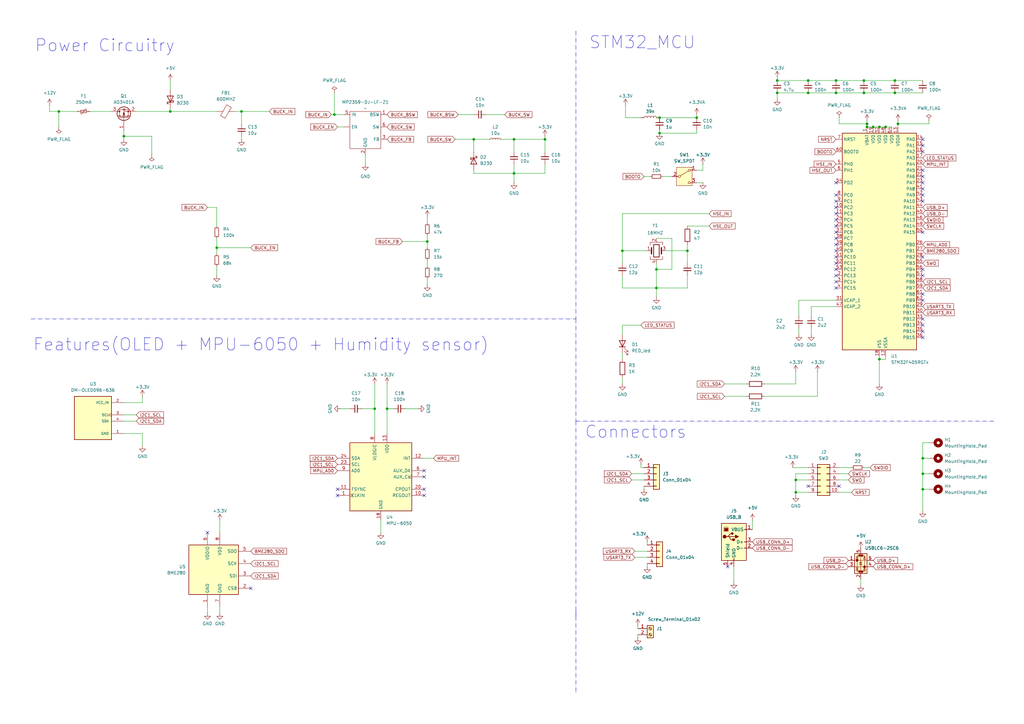
<source format=kicad_sch>
(kicad_sch (version 20231120) (generator "eeschema") (generator_version "8.0")
  (paper "A3")
  (title_block (title "STM32_n1") (date "2024-10-15") (company "MORCHID"))
  (junction (at 378.46 187.96))
  (junction (at 318.77 38.1))
  (junction (at 363.22 52.07))
  (junction (at 378.46 194.31))
  (junction (at 368.3 50.8))
  (junction (at 137.16 46.99))
  (junction (at 269.24 118.11))
  (junction (at 342.9 38.1))
  (junction (at 50.8 55.88))
  (junction (at 24.13 45.72))
  (junction (at 367.03 38.1))
  (junction (at 285.75 48.26))
  (junction (at 378.46 200.66))
  (junction (at 210.82 71.12))
  (junction (at 342.9 33.02))
  (junction (at 331.47 33.02))
  (junction (at 158.75 167.64))
  (junction (at 355.6 52.07))
  (junction (at 326.39 196.85))
  (junction (at 210.82 57.15))
  (junction (at 367.03 33.02))
  (junction (at 88.9 101.6))
  (junction (at 175.26 99.06))
  (junction (at 269.24 110.49))
  (junction (at 354.33 33.02))
  (junction (at 255.27 102.87))
  (junction (at 194.31 57.15))
  (junction (at 360.68 147.32))
  (junction (at 153.67 167.64))
  (junction (at 355.6 50.8))
  (junction (at 331.47 38.1))
  (junction (at 358.14 52.07))
  (junction (at 99.06 45.72))
  (junction (at 270.51 48.26))
  (junction (at 326.39 201.93))
  (junction (at 69.85 45.72))
  (junction (at 281.94 102.87))
  (junction (at 318.77 33.02))
  (junction (at 223.52 57.15))
  (junction (at 360.68 52.07))
  (junction (at 354.33 38.1))
  (junction (at 270.51 54.61))
  (no_connect (at 173.99 193.04))
  (no_connect (at 378.46 105.41))
  (no_connect (at 342.9 118.11))
  (no_connect (at 378.46 135.89))
  (no_connect (at 378.46 82.55))
  (no_connect (at 378.46 59.69))
  (no_connect (at 342.9 107.95))
  (no_connect (at 344.17 199.39))
  (no_connect (at 378.46 113.03))
  (no_connect (at 298.45 232.41))
  (no_connect (at 342.9 92.71))
  (no_connect (at 378.46 110.49))
  (no_connect (at 378.46 80.01))
  (no_connect (at 342.9 90.17))
  (no_connect (at 85.09 218.44))
  (no_connect (at 378.46 130.81))
  (no_connect (at 378.46 120.65))
  (no_connect (at 138.43 203.2))
  (no_connect (at 342.9 100.33))
  (no_connect (at 378.46 69.85))
  (no_connect (at 342.9 80.01))
  (no_connect (at 378.46 133.35))
  (no_connect (at 342.9 87.63))
  (no_connect (at 342.9 115.57))
  (no_connect (at 378.46 57.15))
  (no_connect (at 342.9 82.55))
  (no_connect (at 342.9 110.49))
  (no_connect (at 378.46 95.25))
  (no_connect (at 342.9 85.09))
  (no_connect (at 173.99 195.58))
  (no_connect (at 173.99 200.66))
  (no_connect (at 173.99 203.2))
  (no_connect (at 342.9 97.79))
  (no_connect (at 331.47 199.39))
  (no_connect (at 342.9 74.93))
  (no_connect (at 378.46 77.47))
  (no_connect (at 378.46 72.39))
  (no_connect (at 342.9 95.25))
  (no_connect (at 342.9 105.41))
  (no_connect (at 378.46 123.19))
  (no_connect (at 138.43 200.66))
  (no_connect (at 378.46 74.93))
  (no_connect (at 342.9 113.03))
  (no_connect (at 378.46 62.23))
  (no_connect (at 378.46 138.43))
  (no_connect (at 342.9 102.87))
  (no_connect (at 102.87 241.3))
  (wire (pts (xy 342.9 123.19) (xy 327.66 123.19)))
  (wire (pts (xy 342.9 33.02) (xy 354.33 33.02)))
  (wire (pts (xy 358.14 52.07) (xy 360.68 52.07)))
  (wire (pts (xy 187.96 46.99) (xy 194.31 46.99)))
  (wire (pts (xy 331.47 33.02) (xy 342.9 33.02)))
  (wire (pts (xy 153.67 177.8) (xy 153.67 167.64)))
  (wire (pts (xy 99.06 57.15) (xy 99.06 55.88)))
  (wire (pts (xy 335.28 162.56) (xy 313.69 162.56)))
  (wire (pts (xy 290.83 92.71) (xy 281.94 92.71)))
  (wire (pts (xy 255.27 102.87) (xy 265.43 102.87)))
  (polyline (pts (xy 236.22 250.19) (xy 236.22 252.73)) (stroke (width 0) (type dash_dot)))
  (wire (pts (xy 210.82 62.23) (xy 210.82 57.15)))
  (wire (pts (xy 355.6 52.07) (xy 358.14 52.07)))
  (wire (pts (xy 381 50.8) (xy 381 49.53)))
  (wire (pts (xy 259.08 194.31) (xy 264.16 194.31)))
  (wire (pts (xy 297.18 157.48) (xy 306.07 157.48)))
  (wire (pts (xy 156.21 213.36) (xy 156.21 218.44)))
  (wire (pts (xy 275.59 110.49) (xy 269.24 110.49)))
  (wire (pts (xy 271.78 72.39) (xy 275.59 72.39)))
  (wire (pts (xy 368.3 50.8) (xy 368.3 52.07)))
  (wire (pts (xy 260.35 228.6) (xy 265.43 228.6)))
  (wire (pts (xy 356.87 191.77) (xy 354.33 191.77)))
  (wire (pts (xy 261.62 256.54) (xy 261.62 257.81)))
  (wire (pts (xy 259.08 196.85) (xy 264.16 196.85)))
  (wire (pts (xy 62.23 55.88) (xy 62.23 63.5)))
  (wire (pts (xy 149.86 63.5) (xy 149.86 67.31)))
  (wire (pts (xy 326.39 196.85) (xy 326.39 201.93)))
  (wire (pts (xy 378.46 187.96) (xy 381 187.96)))
  (wire (pts (xy 269.24 118.11) (xy 281.94 118.11)))
  (wire (pts (xy 110.49 45.72) (xy 99.06 45.72)))
  (wire (pts (xy 354.33 38.1) (xy 367.03 38.1)))
  (wire (pts (xy 256.54 48.26) (xy 262.89 48.26)))
  (wire (pts (xy 344.17 50.8) (xy 355.6 50.8)))
  (wire (pts (xy 367.03 38.1) (xy 378.46 38.1)))
  (wire (pts (xy 265.43 231.14) (xy 265.43 232.41)))
  (wire (pts (xy 332.74 134.62) (xy 332.74 137.16)))
  (wire (pts (xy 378.46 181.61) (xy 381 181.61)))
  (wire (pts (xy 326.39 194.31) (xy 331.47 194.31)))
  (wire (pts (xy 326.39 201.93) (xy 326.39 203.2)))
  (wire (pts (xy 88.9 97.79) (xy 88.9 101.6)))
  (wire (pts (xy 210.82 67.31) (xy 210.82 71.12)))
  (wire (pts (xy 275.59 97.79) (xy 275.59 110.49)))
  (wire (pts (xy 354.33 33.02) (xy 367.03 33.02)))
  (wire (pts (xy 255.27 133.35) (xy 255.27 137.16)))
  (wire (pts (xy 270.51 48.26) (xy 285.75 48.26)))
  (wire (pts (xy 360.68 147.32) (xy 360.68 157.48)))
  (wire (pts (xy 378.46 194.31) (xy 378.46 200.66)))
  (wire (pts (xy 166.37 167.64) (xy 171.45 167.64)))
  (wire (pts (xy 378.46 181.61) (xy 378.46 187.96)))
  (wire (pts (xy 137.16 38.1) (xy 137.16 46.99)))
  (wire (pts (xy 318.77 40.64) (xy 318.77 38.1)))
  (wire (pts (xy 269.24 107.95) (xy 269.24 110.49)))
  (wire (pts (xy 69.85 44.45) (xy 69.85 45.72)))
  (wire (pts (xy 326.39 201.93) (xy 331.47 201.93)))
  (wire (pts (xy 88.9 101.6) (xy 88.9 104.14)))
  (wire (pts (xy 281.94 102.87) (xy 281.94 107.95)))
  (wire (pts (xy 344.17 191.77) (xy 349.25 191.77)))
  (wire (pts (xy 326.39 157.48) (xy 326.39 152.4)))
  (wire (pts (xy 175.26 88.9) (xy 175.26 91.44)))
  (wire (pts (xy 331.47 38.1) (xy 342.9 38.1)))
  (wire (pts (xy 148.59 167.64) (xy 153.67 167.64)))
  (wire (pts (xy 360.68 52.07) (xy 363.22 52.07)))
  (wire (pts (xy 175.26 116.84) (xy 175.26 114.3)))
  (wire (pts (xy 158.75 167.64) (xy 158.75 177.8)))
  (wire (pts (xy 20.32 45.72) (xy 20.32 43.18)))
  (wire (pts (xy 36.83 45.72) (xy 45.72 45.72)))
  (wire (pts (xy 363.22 146.05) (xy 363.22 147.32)))
  (wire (pts (xy 143.51 167.64) (xy 139.7 167.64)))
  (wire (pts (xy 69.85 45.72) (xy 88.9 45.72)))
  (wire (pts (xy 281.94 118.11) (xy 281.94 113.03)))
  (wire (pts (xy 24.13 45.72) (xy 24.13 52.07)))
  (wire (pts (xy 378.46 200.66) (xy 381 200.66)))
  (wire (pts (xy 368.3 50.8) (xy 368.3 49.53)))
  (wire (pts (xy 85.09 251.46) (xy 85.09 248.92)))
  (wire (pts (xy 318.77 38.1) (xy 331.47 38.1)))
  (wire (pts (xy 308.61 213.36) (xy 308.61 217.17)))
  (wire (pts (xy 223.52 55.88) (xy 223.52 57.15)))
  (wire (pts (xy 262.89 133.35) (xy 255.27 133.35)))
  (polyline (pts (xy 236.22 130.81) (xy 236.22 172.72)) (stroke (width 0) (type dash_dot)))
  (wire (pts (xy 175.26 109.22) (xy 175.26 106.68)))
  (wire (pts (xy 85.09 85.09) (xy 88.9 85.09)))
  (wire (pts (xy 256.54 43.18) (xy 256.54 48.26)))
  (wire (pts (xy 135.89 46.99) (xy 137.16 46.99)))
  (wire (pts (xy 88.9 113.03) (xy 88.9 109.22)))
  (wire (pts (xy 140.97 52.07) (xy 138.43 52.07)))
  (wire (pts (xy 58.42 182.88) (xy 58.42 177.8)))
  (wire (pts (xy 313.69 157.48) (xy 326.39 157.48)))
  (wire (pts (xy 318.77 31.75) (xy 318.77 33.02)))
  (wire (pts (xy 158.75 167.64) (xy 161.29 167.64)))
  (wire (pts (xy 290.83 87.63) (xy 255.27 87.63)))
  (wire (pts (xy 327.66 134.62) (xy 327.66 137.16)))
  (wire (pts (xy 165.1 99.06) (xy 175.26 99.06)))
  (wire (pts (xy 262.89 190.5) (xy 262.89 191.77)))
  (wire (pts (xy 194.31 71.12) (xy 194.31 69.85)))
  (wire (pts (xy 288.29 67.31) (xy 288.29 69.85)))
  (wire (pts (xy 58.42 177.8) (xy 50.8 177.8)))
  (wire (pts (xy 210.82 74.93) (xy 210.82 71.12)))
  (wire (pts (xy 285.75 53.34) (xy 285.75 54.61)))
  (wire (pts (xy 175.26 99.06) (xy 175.26 101.6)))
  (wire (pts (xy 349.25 201.93) (xy 344.17 201.93)))
  (wire (pts (xy 353.06 240.03) (xy 353.06 237.49)))
  (wire (pts (xy 50.8 55.88) (xy 50.8 53.34)))
  (wire (pts (xy 177.8 187.96) (xy 173.99 187.96)))
  (wire (pts (xy 363.22 147.32) (xy 360.68 147.32)))
  (wire (pts (xy 255.27 113.03) (xy 255.27 118.11)))
  (wire (pts (xy 378.46 194.31) (xy 381 194.31)))
  (wire (pts (xy 368.3 50.8) (xy 381 50.8)))
  (wire (pts (xy 90.17 213.36) (xy 90.17 218.44)))
  (polyline (pts (xy 236.22 172.72) (xy 236.22 250.19)) (stroke (width 0) (type dash_dot)))
  (wire (pts (xy 265.43 222.25) (xy 265.43 223.52)))
  (wire (pts (xy 255.27 107.95) (xy 255.27 102.87)))
  (wire (pts (xy 297.18 162.56) (xy 306.07 162.56)))
  (wire (pts (xy 255.27 87.63) (xy 255.27 102.87)))
  (wire (pts (xy 363.22 52.07) (xy 365.76 52.07)))
  (wire (pts (xy 264.16 72.39) (xy 266.7 72.39)))
  (wire (pts (xy 288.29 69.85) (xy 285.75 69.85)))
  (wire (pts (xy 186.69 57.15) (xy 194.31 57.15)))
  (wire (pts (xy 223.52 67.31) (xy 223.52 71.12)))
  (wire (pts (xy 88.9 85.09) (xy 88.9 92.71)))
  (wire (pts (xy 99.06 45.72) (xy 99.06 50.8)))
  (wire (pts (xy 285.75 46.99) (xy 285.75 48.26)))
  (wire (pts (xy 326.39 196.85) (xy 331.47 196.85)))
  (wire (pts (xy 318.77 33.02) (xy 331.47 33.02)))
  (wire (pts (xy 342.9 125.73) (xy 332.74 125.73)))
  (wire (pts (xy 55.88 45.72) (xy 69.85 45.72)))
  (wire (pts (xy 55.88 172.72) (xy 50.8 172.72)))
  (polyline (pts (xy 236.22 252.73) (xy 236.22 251.46)) (stroke (width 0) (type dash_dot)))
  (wire (pts (xy 31.75 45.72) (xy 24.13 45.72)))
  (wire (pts (xy 344.17 194.31) (xy 347.98 194.31)))
  (wire (pts (xy 342.9 38.1) (xy 354.33 38.1)))
  (wire (pts (xy 90.17 251.46) (xy 90.17 248.92)))
  (polyline (pts (xy 236.22 252.73) (xy 236.22 284.48)) (stroke (width 0) (type dash_dot)))
  (polyline (pts (xy 236.22 172.72) (xy 407.67 172.72)) (stroke (width 0) (type dash_dot)))
  (wire (pts (xy 58.42 162.56) (xy 58.42 165.1)))
  (wire (pts (xy 55.88 170.18) (xy 50.8 170.18)))
  (wire (pts (xy 153.67 167.64) (xy 153.67 157.48)))
  (wire (pts (xy 200.66 57.15) (xy 194.31 57.15)))
  (wire (pts (xy 137.16 46.99) (xy 140.97 46.99)))
  (wire (pts (xy 223.52 71.12) (xy 210.82 71.12)))
  (polyline (pts (xy 12.7 130.81) (xy 236.22 130.81)) (stroke (width 0) (type dash_dot)))
  (wire (pts (xy 378.46 200.66) (xy 378.46 209.55)))
  (wire (pts (xy 24.13 45.72) (xy 20.32 45.72)))
  (wire (pts (xy 367.03 33.02) (xy 378.46 33.02)))
  (wire (pts (xy 102.87 101.6) (xy 88.9 101.6)))
  (wire (pts (xy 288.29 74.93) (xy 285.75 74.93)))
  (wire (pts (xy 327.66 123.19) (xy 327.66 129.54)))
  (wire (pts (xy 344.17 196.85) (xy 347.98 196.85)))
  (wire (pts (xy 50.8 57.15) (xy 50.8 55.88)))
  (wire (pts (xy 281.94 100.33) (xy 281.94 102.87)))
  (wire (pts (xy 335.28 152.4) (xy 335.28 162.56)))
  (wire (pts (xy 223.52 62.23) (xy 223.52 57.15)))
  (wire (pts (xy 355.6 50.8) (xy 355.6 52.07)))
  (wire (pts (xy 62.23 55.88) (xy 50.8 55.88)))
  (wire (pts (xy 99.06 45.72) (xy 96.52 45.72)))
  (polyline (pts (xy 236.22 12.7) (xy 236.22 130.81)) (stroke (width 0) (type dash_dot)))
  (wire (pts (xy 210.82 71.12) (xy 194.31 71.12)))
  (wire (pts (xy 223.52 57.15) (xy 210.82 57.15)))
  (wire (pts (xy 58.42 165.1) (xy 50.8 165.1)))
  (wire (pts (xy 175.26 96.52) (xy 175.26 99.06)))
  (wire (pts (xy 269.24 118.11) (xy 269.24 121.92)))
  (wire (pts (xy 255.27 147.32) (xy 255.27 144.78)))
  (wire (pts (xy 360.68 146.05) (xy 360.68 147.32)))
  (wire (pts (xy 285.75 54.61) (xy 270.51 54.61)))
  (wire (pts (xy 255.27 157.48) (xy 255.27 154.94)))
  (wire (pts (xy 210.82 57.15) (xy 205.74 57.15)))
  (wire (pts (xy 262.89 191.77) (xy 264.16 191.77)))
  (wire (pts (xy 378.46 187.96) (xy 378.46 194.31)))
  (wire (pts (xy 273.05 102.87) (xy 281.94 102.87)))
  (wire (pts (xy 269.24 110.49) (xy 269.24 118.11)))
  (wire (pts (xy 332.74 125.73) (xy 332.74 129.54)))
  (wire (pts (xy 207.01 46.99) (xy 199.39 46.99)))
  (wire (pts (xy 261.62 261.62) (xy 261.62 260.35)))
  (wire (pts (xy 300.99 232.41) (xy 300.99 238.76)))
  (wire (pts (xy 69.85 33.02) (xy 69.85 36.83)))
  (wire (pts (xy 326.39 194.31) (xy 326.39 196.85)))
  (wire (pts (xy 260.35 226.06) (xy 265.43 226.06)))
  (wire (pts (xy 255.27 118.11) (xy 269.24 118.11)))
  (wire (pts (xy 355.6 49.53) (xy 355.6 50.8)))
  (wire (pts (xy 344.17 48.26) (xy 344.17 50.8)))
  (wire (pts (xy 264.16 199.39) (xy 264.16 200.66)))
  (wire (pts (xy 270.51 54.61) (xy 270.51 53.34)))
  (wire (pts (xy 269.24 97.79) (xy 275.59 97.79)))
  (wire (pts (xy 325.12 191.77) (xy 331.47 191.77)))
  (wire (pts (xy 158.75 157.48) (xy 158.75 167.64)))
  (wire (pts (xy 194.31 57.15) (xy 194.31 62.23)))
  (text "STM32_MCU\n" (at 241.554 17.526 0) (effects (font (size 5 5)) (justify left)))
  (text "Connectors" (at 239.776 177.292 0) (effects (font (size 5 5)) (justify left)))
  (text "Power Circuitry" (at 14.224 18.796 0) (effects (font (size 5 5)) (justify left)))
  (text "Features(OLED + MPU-6050 + Humidity sensor)" (at 13.462 141.478 0) (effects (font (size 5 5)) (justify left)))
  (global_label "I2C1_SCL" (shape input) (at 259.08 196.85 180) (property "Intersheetrefs" "${INTERSHEET_REFS}" (effects (hide yes))))
  (global_label "I2C1_SCL" (shape input) (at 378.46 115.57 0) (property "Intersheetrefs" "${INTERSHEET_REFS}" (effects (hide yes))))
  (global_label "SWO" (shape input) (at 347.98 196.85 0) (property "Intersheetrefs" "${INTERSHEET_REFS}" (effects (hide yes))))
  (global_label "BUCK_SW" (shape input) (at 207.01 46.99 0) (property "Intersheetrefs" "${INTERSHEET_REFS}" (effects (hide yes))))
  (global_label "USART3_TX" (shape input) (at 260.35 228.6 180) (property "Intersheetrefs" "${INTERSHEET_REFS}" (effects (hide yes))))
  (global_label "BUCK_BSW" (shape input) (at 158.75 46.99 0) (property "Intersheetrefs" "${INTERSHEET_REFS}" (effects (hide yes))))
  (global_label "BUCK_SW" (shape input) (at 158.75 52.07 0) (property "Intersheetrefs" "${INTERSHEET_REFS}" (effects (hide yes))))
  (global_label "I2C1_SDA" (shape input) (at 259.08 194.31 180) (property "Intersheetrefs" "${INTERSHEET_REFS}" (effects (hide yes))))
  (global_label "USB_D-" (shape input) (at 378.46 87.63 0) (property "Intersheetrefs" "${INTERSHEET_REFS}" (effects (hide yes))))
  (global_label "USB_D-" (shape input) (at 347.98 229.87 180) (property "Intersheetrefs" "${INTERSHEET_REFS}" (effects (hide yes))))
  (global_label "BOOTO" (shape input) (at 264.16 72.39 180) (property "Intersheetrefs" "${INTERSHEET_REFS}" (effects (hide yes))))
  (global_label "I2C1_SCL" (shape input) (at 138.43 190.5 180) (property "Intersheetrefs" "${INTERSHEET_REFS}" (effects (hide yes))))
  (global_label "HSE_IN" (shape input) (at 290.83 87.63 0) (property "Intersheetrefs" "${INTERSHEET_REFS}" (effects (hide yes))))
  (global_label "USART3_RX" (shape input) (at 378.46 128.27 0) (property "Intersheetrefs" "${INTERSHEET_REFS}" (effects (hide yes))))
  (global_label "BUCK_BSW" (shape input) (at 187.96 46.99 180) (property "Intersheetrefs" "${INTERSHEET_REFS}" (effects (hide yes))))
  (global_label "USB_CONN_D-" (shape input) (at 347.98 232.41 180) (property "Intersheetrefs" "${INTERSHEET_REFS}" (effects (hide yes))))
  (global_label "MPU_INT" (shape input) (at 177.8 187.96 0) (property "Intersheetrefs" "${INTERSHEET_REFS}" (effects (hide yes))))
  (global_label "HSE_OUT" (shape input) (at 290.83 92.71 0) (property "Intersheetrefs" "${INTERSHEET_REFS}" (effects (hide yes))))
  (global_label "LED_STATUS" (shape input) (at 262.89 133.35 0) (property "Intersheetrefs" "${INTERSHEET_REFS}" (effects (hide yes))))
  (global_label "BOOTO" (shape input) (at 342.9 62.23 180) (property "Intersheetrefs" "${INTERSHEET_REFS}" (effects (hide yes))))
  (global_label "I2C1_SDA" (shape input) (at 297.18 157.48 180) (property "Intersheetrefs" "${INTERSHEET_REFS}" (effects (hide yes))))
  (global_label "BME280_SDO" (shape input) (at 378.46 102.87 0) (property "Intersheetrefs" "${INTERSHEET_REFS}" (effects (hide yes))))
  (global_label "HSE_OUT" (shape input) (at 342.9 69.85 180) (property "Intersheetrefs" "${INTERSHEET_REFS}" (effects (hide yes))))
  (global_label "USB_D+" (shape input) (at 378.46 85.09 0) (property "Intersheetrefs" "${INTERSHEET_REFS}" (effects (hide yes))))
  (global_label "SWDIO" (shape input) (at 356.87 191.77 0) (property "Intersheetrefs" "${INTERSHEET_REFS}" (effects (hide yes))))
  (global_label "USB_CONN_D+" (shape input) (at 358.14 232.41 0) (property "Intersheetrefs" "${INTERSHEET_REFS}" (effects (hide yes))))
  (global_label "BME280_SDO" (shape input) (at 102.87 226.06 0) (property "Intersheetrefs" "${INTERSHEET_REFS}" (effects (hide yes))))
  (global_label "USB_CONN_D+" (shape input) (at 308.61 222.25 0) (property "Intersheetrefs" "${INTERSHEET_REFS}" (effects (hide yes))))
  (global_label "BUCK_SW" (shape input) (at 186.69 57.15 180) (property "Intersheetrefs" "${INTERSHEET_REFS}" (effects (hide yes))))
  (global_label "SWCLK" (shape input) (at 378.46 92.71 0) (property "Intersheetrefs" "${INTERSHEET_REFS}" (effects (hide yes))))
  (global_label "MPU_AD0" (shape input) (at 138.43 193.04 180) (property "Intersheetrefs" "${INTERSHEET_REFS}" (effects (hide yes))))
  (global_label "BUCK_FB" (shape input) (at 165.1 99.06 180) (property "Intersheetrefs" "${INTERSHEET_REFS}" (effects (hide yes))))
  (global_label "MPU_INT" (shape input) (at 378.46 67.31 0) (property "Intersheetrefs" "${INTERSHEET_REFS}" (effects (hide yes))))
  (global_label "BUCK_EN" (shape input) (at 102.87 101.6 0) (property "Intersheetrefs" "${INTERSHEET_REFS}" (effects (hide yes))))
  (global_label "USART3_TX" (shape input) (at 378.46 125.73 0) (property "Intersheetrefs" "${INTERSHEET_REFS}" (effects (hide yes))))
  (global_label "NRST" (shape input) (at 349.25 201.93 0) (property "Intersheetrefs" "${INTERSHEET_REFS}" (effects (hide yes))))
  (global_label "SWO" (shape input) (at 378.46 107.95 0) (property "Intersheetrefs" "${INTERSHEET_REFS}" (effects (hide yes))))
  (global_label "SWCLK" (shape input) (at 347.98 194.31 0) (property "Intersheetrefs" "${INTERSHEET_REFS}" (effects (hide yes))))
  (global_label "I2C1_SCL" (shape input) (at 102.87 231.14 0) (property "Intersheetrefs" "${INTERSHEET_REFS}" (effects (hide yes))))
  (global_label "BUCK_EN" (shape input) (at 138.43 52.07 180) (property "Intersheetrefs" "${INTERSHEET_REFS}" (effects (hide yes))))
  (global_label "BUCK_FB" (shape input) (at 158.75 57.15 0) (property "Intersheetrefs" "${INTERSHEET_REFS}" (effects (hide yes))))
  (global_label "BUCK_IN" (shape input) (at 85.09 85.09 180) (property "Intersheetrefs" "${INTERSHEET_REFS}" (effects (hide yes))))
  (global_label "USART3_RX" (shape input) (at 260.35 226.06 180) (property "Intersheetrefs" "${INTERSHEET_REFS}" (effects (hide yes))))
  (global_label "I2C1_SCL" (shape input) (at 55.88 170.18 0) (property "Intersheetrefs" "${INTERSHEET_REFS}" (effects (hide yes))))
  (global_label "I2C1_SDA" (shape input) (at 138.43 187.96 180) (property "Intersheetrefs" "${INTERSHEET_REFS}" (effects (hide yes))))
  (global_label "USB_CONN_D-" (shape input) (at 308.61 224.79 0) (property "Intersheetrefs" "${INTERSHEET_REFS}" (effects (hide yes))))
  (global_label "HSE_IN" (shape input) (at 342.9 67.31 180) (property "Intersheetrefs" "${INTERSHEET_REFS}" (effects (hide yes))))
  (global_label "USB_D+" (shape input) (at 358.14 229.87 0) (property "Intersheetrefs" "${INTERSHEET_REFS}" (effects (hide yes))))
  (global_label "I2C1_SDA" (shape input) (at 378.46 118.11 0) (property "Intersheetrefs" "${INTERSHEET_REFS}" (effects (hide yes))))
  (global_label "BUCK_IN" (shape input) (at 110.49 45.72 0) (property "Intersheetrefs" "${INTERSHEET_REFS}" (effects (hide yes))))
  (global_label "I2C1_SDA" (shape input) (at 102.87 236.22 0) (property "Intersheetrefs" "${INTERSHEET_REFS}" (effects (hide yes))))
  (global_label "SWDIO" (shape input) (at 378.46 90.17 0) (property "Intersheetrefs" "${INTERSHEET_REFS}" (effects (hide yes))))
  (global_label "BUCK_IN" (shape input) (at 135.89 46.99 180) (property "Intersheetrefs" "${INTERSHEET_REFS}" (effects (hide yes))))
  (global_label "NRST" (shape input) (at 342.9 57.15 180) (property "Intersheetrefs" "${INTERSHEET_REFS}" (effects (hide yes))))
  (global_label "LED_STATUS" (shape input) (at 378.46 64.77 0) (property "Intersheetrefs" "${INTERSHEET_REFS}" (effects (hide yes))))
  (global_label "I2C1_SDA" (shape input) (at 55.88 172.72 0) (property "Intersheetrefs" "${INTERSHEET_REFS}" (effects (hide yes))))
  (global_label "MPU_AD0" (shape input) (at 378.46 100.33 0) (property "Intersheetrefs" "${INTERSHEET_REFS}" (effects (hide yes))))
  (global_label "I2C1_SCL" (shape input) (at 297.18 162.56 180) (property "Intersheetrefs" "${INTERSHEET_REFS}" (effects (hide yes))))
  (symbol (lib_id "power:PWR_FLAG") (at 24.13 52.07 180) (unit 1)
    (property "Reference" "#FLG03" (effects (hide yes)))
    (property "Value" "PWR_FLAG" (at 24.13 57.15 0))
    (property "Description" "Special symbol for telling ERC where power comes from" (effects (hide yes)))
  )
  (symbol (lib_id "power:+3.3V") (at 153.67 157.48 0) (unit 1)
    (property "Reference" "#PWR042" (effects (hide yes)))
    (property "Value" "+3.3V" (at 151.892 153.67 0))
    (property "Description" "Power symbol creates a global label with name \"+3.3V\"" (effects (hide yes)))
  )
  (symbol (lib_id "Device:C_Small") (at 270.51 50.8 0) (unit 1)
    (property "Reference" "C9" (at 273.05 49.5362 0) (effects (justify left)))
    (property "Value" "1u" (at 273.05 52.0762 0) (effects (justify left)))
    (property "Footprint" "Capacitor_SMD:C_0402_1005Metric" (effects (hide yes)))
    (property "Description" "Unpolarized capacitor, small symbol" (effects (hide yes)))
  )
  (symbol (lib_id "power:GND") (at 255.27 157.48 0) (unit 1)
    (property "Reference" "#PWR014" (effects (hide yes)))
    (property "Value" "GND" (at 255.27 161.798 0))
    (property "Description" "Power symbol creates a global label with name \"GND\" , ground" (effects (hide yes)))
  )
  (symbol (lib_id "Device:C_Small") (at 354.33 35.56 0) (unit 1)
    (property "Reference" "C5" (at 356.87 34.2962 0) (effects (justify left)))
    (property "Value" "100n" (at 356.87 36.8362 0) (effects (justify left)))
    (property "Footprint" "Capacitor_SMD:C_0402_1005Metric" (effects (hide yes)))
    (property "Description" "Unpolarized capacitor, small symbol" (effects (hide yes)))
  )
  (symbol (lib_id "Sensor_Motion:MPU-6050") (at 156.21 195.58 0) (unit 1)
    (property "Reference" "U4" (at 158.4041 212.09 0) (effects (justify left)))
    (property "Value" "MPU-6050" (at 158.4041 214.63 0) (effects (justify left)))
    (property "Footprint" "MPU-6050:QFN50P400X400X95-24N" (effects (hide yes)))
    (property "Datasheet" "https://invensense.tdk.com/wp-content/uploads/2015/02/MPU-6000-Datasheet1.pdf" (effects (hide yes)))
    (property "Description" "InvenSense 6-Axis Motion Sensor, Gyroscope, Accelerometer, I2C" (effects (hide yes)))
  )
  (symbol (lib_id "power:GND") (at 378.46 209.55 0) (unit 1)
    (property "Reference" "#PWR039" (effects (hide yes)))
    (property "Value" "GND" (at 378.46 213.868 0))
    (property "Description" "Power symbol creates a global label with name \"GND\" , ground" (effects (hide yes)))
  )
  (symbol (lib_id "power:+3.3V") (at 262.89 190.5 0) (unit 1)
    (property "Reference" "#PWR030" (effects (hide yes)))
    (property "Value" "+3.3V" (at 259.588 187.198 0))
    (property "Description" "Power symbol creates a global label with name \"+3.3V\"" (effects (hide yes)))
  )
  (symbol (lib_id "power:GND") (at 265.43 232.41 0) (unit 1)
    (property "Reference" "#PWR033" (effects (hide yes)))
    (property "Value" "GND" (at 265.43 236.728 0))
    (property "Description" "Power symbol creates a global label with name \"GND\" , ground" (effects (hide yes)))
  )
  (symbol (lib_id "Device:C_Small") (at 367.03 35.56 0) (unit 1)
    (property "Reference" "C7" (at 369.57 34.2962 0) (effects (justify left)))
    (property "Value" "100n" (at 369.57 36.8362 0) (effects (justify left)))
    (property "Footprint" "Capacitor_SMD:C_0402_1005Metric" (effects (hide yes)))
    (property "Description" "Unpolarized capacitor, small symbol" (effects (hide yes)))
  )
  (symbol (lib_id "power:+3.3V") (at 335.28 152.4 0) (unit 1)
    (property "Reference" "#PWR029" (effects (hide yes)))
    (property "Value" "+3.3V" (at 335.28 148.59 0))
    (property "Description" "Power symbol creates a global label with name \"+3.3V\"" (effects (hide yes)))
  )
  (symbol (lib_id "power:GND") (at 300.99 238.76 0) (unit 1)
    (property "Reference" "#PWR036" (effects (hide yes)))
    (property "Value" "GND" (at 300.99 243.078 0))
    (property "Description" "Power symbol creates a global label with name \"GND\" , ground" (effects (hide yes)))
  )
  (symbol (lib_id "power:GND") (at 171.45 167.64 90) (unit 1)
    (property "Reference" "#PWR043" (effects (hide yes)))
    (property "Value" "GND" (at 175.768 167.64 0))
    (property "Description" "Power symbol creates a global label with name \"GND\" , ground" (effects (hide yes)))
  )
  (symbol (lib_id "Mechanical:MountingHole_Pad") (at 383.54 194.31 270) (unit 1) (exclude_from_sim yes) (in_bom no)
    (property "Reference" "H3" (at 387.35 193.0399 90) (effects (justify left)))
    (property "Value" "MountingHole_Pad" (at 387.35 195.5799 90) (effects (justify left)))
    (property "Footprint" "MountingHole:MountingHole_3mm_Pad_Via" (effects (hide yes)))
    (property "Description" "Mounting Hole with connection" (effects (hide yes)))
  )
  (symbol (lib_id "power:GND") (at 288.29 74.93 0) (unit 1)
    (property "Reference" "#PWR07" (effects (hide yes)))
    (property "Value" "GND" (at 288.29 79.248 0))
    (property "Description" "Power symbol creates a global label with name \"GND\" , ground" (effects (hide yes)))
  )
  (symbol (lib_id "power:GND") (at 353.06 240.03 0) (unit 1)
    (property "Reference" "#PWR038" (effects (hide yes)))
    (property "Value" "GND" (at 353.06 244.348 0))
    (property "Description" "Power symbol creates a global label with name \"GND\" , ground" (effects (hide yes)))
  )
  (symbol (lib_id "Sensor:BME280") (at 87.63 233.68 0) (unit 1)
    (property "Reference" "U5" (at 76.2 232.4099 0) (effects (justify right)))
    (property "Value" "BME280" (at 76.2 234.9499 0) (effects (justify right)))
    (property "Footprint" "Package_LGA:Bosch_LGA-8_2.5x2.5mm_P0.65mm_ClockwisePinNumbering" (effects (hide yes)))
    (property "Datasheet" "https://www.bosch-sensortec.com/media/boschsensortec/downloads/datasheets/bst-bme280-ds002.pdf" (effects (hide yes)))
    (property "Description" "3-in-1 sensor, humidity, pressure, temperature, I2C and SPI interface, 1.71-3.6V, LGA-8" (effects (hide yes)))
  )
  (symbol (lib_id "power:GND") (at 99.06 57.15 0) (unit 1)
    (property "Reference" "#PWR018" (effects (hide yes)))
    (property "Value" "GND" (at 99.06 61.468 0))
    (property "Description" "Power symbol creates a global label with name \"GND\" , ground" (effects (hide yes)))
  )
  (symbol (lib_id "Device:C_Small") (at 146.05 167.64 90) (unit 1)
    (property "Reference" "C17" (at 146.0563 161.29 90))
    (property "Value" "10n" (at 146.0563 163.83 90))
    (property "Footprint" "Capacitor_SMD:C_0402_1005Metric" (effects (hide yes)))
    (property "Description" "Unpolarized capacitor, small symbol" (effects (hide yes)))
  )
  (symbol (lib_id "power:+3.3V") (at 318.77 31.75 0) (unit 1)
    (property "Reference" "#PWR08" (effects (hide yes)))
    (property "Value" "+3.3V" (at 318.77 27.94 0))
    (property "Description" "Power symbol creates a global label with name \"+3.3V\"" (effects (hide yes)))
  )
  (symbol (lib_id "Connector_Generic:Conn_01x04") (at 270.51 226.06 0) (unit 1)
    (property "Reference" "J4" (at 273.05 226.0599 0) (effects (justify left)))
    (property "Value" "Conn_01x04" (at 273.05 228.5999 0) (effects (justify left)))
    (property "Footprint" "Connector_Molex:Molex_PicoBlade_53048-0410_1x04_P1.25mm_Horizontal" (effects (hide yes)))
    (property "Description" "Generic connector, single row, 01x04, script generated (kicad-library-utils/schlib/autogen/connector/)" (effects (hide yes)))
  )
  (symbol (lib_id "Device:R") (at 281.94 96.52 0) (unit 1)
    (property "Reference" "R2" (at 284.48 95.2499 0) (effects (justify left)))
    (property "Value" "47" (at 284.48 97.7899 0) (effects (justify left)))
    (property "Footprint" "Resistor_SMD:R_0402_1005Metric" (effects (hide yes)))
    (property "Description" "Resistor" (effects (hide yes)))
  )
  (symbol (lib_id "power:+3.3V") (at 355.6 49.53 0) (unit 1)
    (property "Reference" "#PWR02" (effects (hide yes)))
    (property "Value" "+3.3V" (at 355.6 45.72 0))
    (property "Description" "Power symbol creates a global label with name \"+3.3V\"" (effects (hide yes)))
  )
  (symbol (lib_id "Device:C_Small") (at 196.85 46.99 90) (unit 1)
    (property "Reference" "C14" (at 196.8563 40.64 90))
    (property "Value" "10n" (at 196.8563 43.18 90))
    (property "Footprint" "Capacitor_SMD:C_0402_1005Metric" (effects (hide yes)))
    (property "Description" "Unpolarized capacitor, small symbol" (effects (hide yes)))
  )
  (symbol (lib_id "Device:C_Small") (at 331.47 35.56 0) (unit 1)
    (property "Reference" "C4" (at 334.01 34.2962 0) (effects (justify left)))
    (property "Value" "100n" (at 334.01 36.8362 0) (effects (justify left)))
    (property "Footprint" "Capacitor_SMD:C_0402_1005Metric" (effects (hide yes)))
    (property "Description" "Unpolarized capacitor, small symbol" (effects (hide yes)))
  )
  (symbol (lib_id "Connector:USB_B") (at 300.99 222.25 0) (unit 1)
    (property "Reference" "J5" (at 300.99 209.55 0))
    (property "Value" "USB_B" (at 300.99 212.09 0))
    (property "Footprint" "USB-type-B-micro:HRS_ZX62D-B-5P8" (effects (hide yes)))
    (property "Description" "USB Type B connector" (effects (hide yes)))
  )
  (symbol (lib_id "power:+3.3VA") (at 285.75 46.99 0) (unit 1)
    (property "Reference" "#PWR011" (effects (hide yes)))
    (property "Value" "+3.3VA" (at 285.75 41.91 0))
    (property "Description" "Power symbol creates a global label with name \"+3.3VA\"" (effects (hide yes)))
  )
  (symbol (lib_id "Device:R_Small") (at 88.9 106.68 0) (unit 1)
    (property "Reference" "R5" (at 91.44 105.4099 0) (effects (justify left)))
    (property "Value" "68k" (at 91.44 107.9499 0) (effects (justify left)))
    (property "Footprint" "Resistor_SMD:R_0201_0603Metric" (effects (hide yes)))
    (property "Description" "Resistor, small symbol" (effects (hide yes)))
  )
  (symbol (lib_id "power:GND") (at 175.26 116.84 0) (unit 1)
    (property "Reference" "#PWR023" (effects (hide yes)))
    (property "Value" "GND" (at 175.26 121.158 0))
    (property "Description" "Power symbol creates a global label with name \"GND\" , ground" (effects (hide yes)))
  )
  (symbol (lib_id "power:+3.3V") (at 256.54 43.18 0) (unit 1)
    (property "Reference" "#PWR010" (effects (hide yes)))
    (property "Value" "+3.3V" (at 256.54 39.37 0))
    (property "Description" "Power symbol creates a global label with name \"+3.3V\"" (effects (hide yes)))
  )
  (symbol (lib_id "power:+3.3V") (at 265.43 222.25 0) (unit 1)
    (property "Reference" "#PWR032" (effects (hide yes)))
    (property "Value" "+3.3V" (at 262.128 218.948 0))
    (property "Description" "Power symbol creates a global label with name \"+3.3V\"" (effects (hide yes)))
  )
  (symbol (lib_id "power:GND") (at 210.82 74.93 0) (unit 1)
    (property "Reference" "#PWR020" (effects (hide yes)))
    (property "Value" "GND" (at 210.82 79.248 0))
    (property "Description" "Power symbol creates a global label with name \"GND\" , ground" (effects (hide yes)))
  )
  (symbol (lib_id "Device:Crystal_GND24") (at 269.24 102.87 0) (unit 1)
    (property "Reference" "Y1" (at 268.732 92.456 0))
    (property "Value" "16MHZ" (at 268.732 95.504 0))
    (property "Footprint" "Crystal:Crystal_SMD_3225-4Pin_3.2x2.5mm" (effects (hide yes)))
    (property "Description" "Four pin crystal, GND on pins 2 and 4" (effects (hide yes)))
  )
  (symbol (lib_id "Device:C_Small") (at 255.27 110.49 0) (unit 1)
    (property "Reference" "C12" (at 257.81 109.2262 0) (effects (justify left)))
    (property "Value" "12p" (at 257.81 111.7662 0) (effects (justify left)))
    (property "Footprint" "Capacitor_SMD:C_0402_1005Metric" (effects (hide yes)))
    (property "Description" "Unpolarized capacitor, small symbol" (effects (hide yes)))
  )
  (symbol (lib_id "power:+3.3V") (at 175.26 88.9 0) (unit 1)
    (property "Reference" "#PWR022" (effects (hide yes)))
    (property "Value" "+3.3V" (at 175.26 85.09 0))
    (property "Description" "Power symbol creates a global label with name \"+3.3V\"" (effects (hide yes)))
  )
  (symbol (lib_id "power:PWR_FLAG") (at 62.23 63.5 180) (unit 1)
    (property "Reference" "#FLG06" (effects (hide yes)))
    (property "Value" "PWR_FLAG" (at 62.23 68.58 0))
    (property "Description" "Special symbol for telling ERC where power comes from" (effects (hide yes)))
  )
  (symbol (lib_id "Device:C_Small") (at 318.77 35.56 0) (unit 1)
    (property "Reference" "C3" (at 321.31 34.2962 0) (effects (justify left)))
    (property "Value" "4.7u" (at 321.31 36.8362 0) (effects (justify left)))
    (property "Footprint" "Capacitor_SMD:C_0603_1608Metric" (effects (hide yes)))
    (property "Description" "Unpolarized capacitor, small symbol" (effects (hide yes)))
  )
  (symbol (lib_id "Device:R_Small") (at 269.24 72.39 90) (unit 1)
    (property "Reference" "R1" (at 269.24 67.31 90))
    (property "Value" "10k" (at 269.24 69.85 90))
    (property "Footprint" "Resistor_SMD:R_0402_1005Metric" (effects (hide yes)))
    (property "Description" "Resistor, small symbol" (effects (hide yes)))
  )
  (symbol (lib_id "power:GND") (at 88.9 113.03 0) (unit 1)
    (property "Reference" "#PWR019" (effects (hide yes)))
    (property "Value" "GND" (at 88.9 117.348 0))
    (property "Description" "Power symbol creates a global label with name \"GND\" , ground" (effects (hide yes)))
  )
  (symbol (lib_id "Power_Protection:USBLC6-2SC6") (at 353.06 229.87 0) (unit 1)
    (property "Reference" "U2" (at 354.7111 222.25 0) (effects (justify left)))
    (property "Value" "USBLC6-2SC6" (at 354.7111 224.79 0) (effects (justify left)))
    (property "Footprint" "Package_TO_SOT_SMD:SOT-23-6" (effects (hide yes)))
    (property "Datasheet" "https://www.st.com/resource/en/datasheet/usblc6-2.pdf" (effects (hide yes)))
    (property "Description" "Very low capacitance ESD protection diode, 2 data-line, SOT-23-6" (effects (hide yes)))
  )
  (symbol (lib_id "power:+3.3V") (at 223.52 55.88 0) (unit 1)
    (property "Reference" "#PWR021" (effects (hide yes)))
    (property "Value" "+3.3V" (at 223.52 52.07 0))
    (property "Description" "Power symbol creates a global label with name \"+3.3V\"" (effects (hide yes)))
  )
  (symbol (lib_id "Connector_Generic:Conn_02x05_Odd_Even") (at 336.55 196.85 0) (unit 1)
    (property "Reference" "J2" (at 337.82 185.42 0))
    (property "Value" "SWD" (at 337.82 187.96 0))
    (property "Footprint" "Connector_PinHeader_2.54mm:PinHeader_2x05_P2.54mm_Vertical_SMD" (effects (hide yes)))
    (property "Description" "Generic connector, double row, 02x05, odd/even pin numbering scheme (row 1 odd numbers, row 2 even numbers), script generated (kicad-library-utils/schlib/autogen/connector/)" (effects (hide yes)))
  )
  (symbol (lib_id "power:+3.3V") (at 326.39 152.4 0) (unit 1)
    (property "Reference" "#PWR028" (effects (hide yes)))
    (property "Value" "+3.3V" (at 326.39 148.59 0))
    (property "Description" "Power symbol creates a global label with name \"+3.3V\"" (effects (hide yes)))
  )
  (symbol (lib_id "power:GND") (at 332.74 137.16 0) (unit 1)
    (property "Reference" "#PWR04" (effects (hide yes)))
    (property "Value" "GND" (at 332.74 141.478 0))
    (property "Description" "Power symbol creates a global label with name \"GND\" , ground" (effects (hide yes)))
  )
  (symbol (lib_id "power:+3.3V") (at 90.17 213.36 0) (unit 1)
    (property "Reference" "#PWR047" (effects (hide yes)))
    (property "Value" "+3.3V" (at 90.17 209.55 0))
    (property "Description" "Power symbol creates a global label with name \"+3.3V\"" (effects (hide yes)))
  )
  (symbol (lib_id "power:+5V") (at 69.85 33.02 0) (unit 1)
    (property "Reference" "#PWR035" (effects (hide yes)))
    (property "Value" "+5V" (at 69.85 27.94 0))
    (property "Description" "Power symbol creates a global label with name \"+5V\"" (effects (hide yes)))
  )
  (symbol (lib_id "Device:LED") (at 255.27 140.97 90) (unit 1)
    (property "Reference" "D1" (at 259.08 141.2874 90) (effects (justify right)))
    (property "Value" "RED_led" (at 259.08 143.8274 90) (effects (justify right)))
    (property "Footprint" "LED_SMD:LED_0201_0603Metric" (effects (hide yes)))
    (property "Description" "Light emitting diode" (effects (hide yes)))
  )
  (symbol (lib_id "Diode:B230") (at 194.31 66.04 270) (unit 1)
    (property "Reference" "D2" (at 196.85 64.4524 90) (effects (justify left)))
    (property "Value" "B230" (at 196.85 66.9924 90) (effects (justify left)))
    (property "Footprint" "Diode_SMD:D_SMB" (effects (hide yes)))
    (property "Datasheet" "http://www.jameco.com/Jameco/Products/ProdDS/1538777.pdf" (effects (hide yes)))
    (property "Description" "30V 2A Schottky Barrier Rectifier Diode, SMB" (effects (hide yes)))
  )
  (symbol (lib_id "Device:C_Small") (at 99.06 53.34 0) (unit 1)
    (property "Reference" "C13" (at 101.6 52.0762 0) (effects (justify left)))
    (property "Value" "10u" (at 101.6 54.6162 0) (effects (justify left)))
    (property "Footprint" "Capacitor_SMD:C_1206_3216Metric" (effects (hide yes)))
    (property "Description" "Unpolarized capacitor, small symbol" (effects (hide yes)))
  )
  (symbol (lib_id "Device:FerriteBead") (at 92.71 45.72 90) (unit 1)
    (property "Reference" "FB1" (at 92.6592 38.1 90))
    (property "Value" "600MHZ" (at 92.6592 40.64 90))
    (property "Footprint" "Inductor_SMD:L_0805_2012Metric" (effects (hide yes)))
    (property "Description" "Ferrite bead" (effects (hide yes)))
  )
  (symbol (lib_id "power:GND") (at 318.77 40.64 0) (unit 1)
    (property "Reference" "#PWR09" (effects (hide yes)))
    (property "Value" "GND" (at 318.77 44.958 0))
    (property "Description" "Power symbol creates a global label with name \"GND\" , ground" (effects (hide yes)))
  )
  (symbol (lib_id "Transistor_FET:AO3401A") (at 50.8 48.26 90) (unit 1)
    (property "Reference" "Q1" (at 50.8 39.37 90))
    (property "Value" "AO3401A" (at 50.8 41.91 90))
    (property "Footprint" "Package_TO_SOT_SMD:SOT-23" (effects (hide yes)))
    (property "Datasheet" "http://www.aosmd.com/pdfs/datasheet/AO3401A.pdf" (effects (hide yes)))
    (property "Description" "-4.0A Id, -30V Vds, P-Channel MOSFET, SOT-23" (effects (hide yes)))
  )
  (symbol (lib_id "power:GND") (at 58.42 182.88 0) (unit 1)
    (property "Reference" "#PWR040" (effects (hide yes)))
    (property "Value" "GND" (at 58.42 187.198 0))
    (property "Description" "Power symbol creates a global label with name \"GND\" , ground" (effects (hide yes)))
  )
  (symbol (lib_id "Device:C_Small") (at 327.66 132.08 0) (unit 1)
    (property "Reference" "C2" (at 318.262 131.572 0) (effects (justify left)))
    (property "Value" "2u2" (at 318.262 134.112 0) (effects (justify left)))
    (property "Footprint" "Capacitor_SMD:C_0603_1608Metric" (effects (hide yes)))
    (property "Description" "Unpolarized capacitor, small symbol" (effects (hide yes)))
  )
  (symbol (lib_id "Device:C_Small") (at 342.9 35.56 0) (unit 1)
    (property "Reference" "C6" (at 345.44 34.2962 0) (effects (justify left)))
    (property "Value" "100n" (at 345.44 36.8362 0) (effects (justify left)))
    (property "Footprint" "Capacitor_SMD:C_0402_1005Metric" (effects (hide yes)))
    (property "Description" "Unpolarized capacitor, small symbol" (effects (hide yes)))
  )
  (symbol (lib_id "power:+5V") (at 353.06 224.79 0) (unit 1)
    (property "Reference" "#PWR037" (effects (hide yes)))
    (property "Value" "+5V" (at 353.06 219.71 0))
    (property "Description" "Power symbol creates a global label with name \"+5V\"" (effects (hide yes)))
  )
  (symbol (lib_id "power:+3.3V") (at 158.75 157.48 0) (unit 1)
    (property "Reference" "#PWR045" (effects (hide yes)))
    (property "Value" "+3.3V" (at 158.75 153.67 0))
    (property "Description" "Power symbol creates a global label with name \"+3.3V\"" (effects (hide yes)))
  )
  (symbol (lib_id "power:GND") (at 261.62 261.62 0) (unit 1)
    (property "Reference" "#PWR025" (effects (hide yes)))
    (property "Value" "GND" (at 261.62 265.938 0))
    (property "Description" "Power symbol creates a global label with name \"GND\" , ground" (effects (hide yes)))
  )
  (symbol (lib_id "power:+12V") (at 20.32 43.18 0) (unit 1)
    (property "Reference" "#PWR016" (effects (hide yes)))
    (property "Value" "+12V" (at 20.32 38.1 0))
    (property "Description" "Power symbol creates a global label with name \"+12V\"" (effects (hide yes)))
  )
  (symbol (lib_id "Device:R_Small") (at 175.26 111.76 0) (unit 1)
    (property "Reference" "R8" (at 177.8 110.4899 0) (effects (justify left)))
    (property "Value" "270" (at 177.8 113.0299 0) (effects (justify left)))
    (property "Footprint" "Resistor_SMD:R_0201_0603Metric" (effects (hide yes)))
    (property "Description" "Resistor, small symbol" (effects (hide yes)))
  )
  (symbol (lib_id "Device:L") (at 266.7 48.26 90) (unit 1)
    (property "Reference" "L1" (at 266.7 43.18 90))
    (property "Value" "39n" (at 266.7 45.72 90))
    (property "Footprint" "Inductor_SMD:L_Sunlord_MWSA0402S" (effects (hide yes)))
    (property "Description" "Inductor" (effects (hide yes)))
  )
  (symbol (lib_id "Device:R_Small") (at 175.26 104.14 0) (unit 1)
    (property "Reference" "R7" (at 177.8 102.8699 0) (effects (justify left)))
    (property "Value" "15k" (at 177.8 105.4099 0) (effects (justify left)))
    (property "Footprint" "Resistor_SMD:R_0201_0603Metric" (effects (hide yes)))
    (property "Description" "Resistor, small symbol" (effects (hide yes)))
  )
  (symbol (lib_id "Device:R") (at 255.27 151.13 0) (unit 1)
    (property "Reference" "R3" (at 257.81 149.8599 0) (effects (justify left)))
    (property "Value" "1K" (at 257.81 152.3999 0) (effects (justify left)))
    (property "Footprint" "Resistor_SMD:R_0603_1608Metric" (effects (hide yes)))
    (property "Description" "Resistor" (effects (hide yes)))
  )
  (symbol (lib_id "power:GND") (at 139.7 167.64 270) (unit 1)
    (property "Reference" "#PWR044" (effects (hide yes)))
    (property "Value" "GND" (at 135.382 167.64 0))
    (property "Description" "Power symbol creates a global label with name \"GND\" , ground" (effects (hide yes)))
  )
  (symbol (lib_id "Device:C_Small") (at 210.82 64.77 180) (unit 1)
    (property "Reference" "C15" (at 213.36 63.4935 0) (effects (justify right)))
    (property "Value" "10u" (at 213.36 66.0335 0) (effects (justify right)))
    (property "Footprint" "Capacitor_SMD:C_1206_3216Metric" (effects (hide yes)))
    (property "Description" "Unpolarized capacitor, small symbol" (effects (hide yes)))
  )
  (symbol (lib_id "power:GND") (at 327.66 137.16 0) (unit 1)
    (property "Reference" "#PWR05" (effects (hide yes)))
    (property "Value" "GND" (at 327.66 141.478 0))
    (property "Description" "Power symbol creates a global label with name \"GND\" , ground" (effects (hide yes)))
  )
  (symbol (lib_id "power:GND") (at 264.16 200.66 0) (unit 1)
    (property "Reference" "#PWR031" (effects (hide yes)))
    (property "Value" "GND" (at 264.16 204.978 0))
    (property "Description" "Power symbol creates a global label with name \"GND\" , ground" (effects (hide yes)))
  )
  (symbol (lib_id "power:GND") (at 90.17 251.46 0) (unit 1)
    (property "Reference" "#PWR049" (effects (hide yes)))
    (property "Value" "GND" (at 90.17 255.778 0))
    (property "Description" "Power symbol creates a global label with name \"GND\" , ground" (effects (hide yes)))
  )
  (symbol (lib_id "power:+3.3VA") (at 368.3 49.53 0) (unit 1)
    (property "Reference" "#PWR03" (effects (hide yes)))
    (property "Value" "+3.3VA" (at 368.3 44.45 0))
    (property "Description" "Power symbol creates a global label with name \"+3.3VA\"" (effects (hide yes)))
  )
  (symbol (lib_id "power:GND") (at 326.39 203.2 0) (unit 1)
    (property "Reference" "#PWR026" (effects (hide yes)))
    (property "Value" "GND" (at 326.39 207.518 0))
    (property "Description" "Power symbol creates a global label with name \"GND\" , ground" (effects (hide yes)))
  )
  (symbol (lib_id "Device:R_Small") (at 88.9 95.25 0) (unit 1)
    (property "Reference" "R4" (at 91.44 93.9799 0) (effects (justify left)))
    (property "Value" "100k" (at 91.44 96.5199 0) (effects (justify left)))
    (property "Footprint" "Resistor_SMD:R_0201_0603Metric" (effects (hide yes)))
    (property "Description" "Resistor, small symbol" (effects (hide yes)))
  )
  (symbol (lib_id "Device:R") (at 309.88 157.48 90) (unit 1)
    (property "Reference" "R10" (at 309.88 151.13 90))
    (property "Value" "2.2K" (at 309.88 153.67 90))
    (property "Footprint" "Resistor_SMD:R_0402_1005Metric" (effects (hide yes)))
    (property "Description" "Resistor" (effects (hide yes)))
  )
  (symbol (lib_id "power:GND") (at 156.21 218.44 0) (unit 1)
    (property "Reference" "#PWR046" (effects (hide yes)))
    (property "Value" "GND" (at 156.21 222.758 0))
    (property "Description" "Power symbol creates a global label with name \"GND\" , ground" (effects (hide yes)))
  )
  (symbol (lib_id "power:GND") (at 85.09 251.46 0) (unit 1)
    (property "Reference" "#PWR048" (effects (hide yes)))
    (property "Value" "GND" (at 85.09 255.778 0))
    (property "Description" "Power symbol creates a global label with name \"GND\" , ground" (effects (hide yes)))
  )
  (symbol (lib_id "power:GND") (at 270.51 54.61 0) (unit 1)
    (property "Reference" "#PWR012" (effects (hide yes)))
    (property "Value" "GND" (at 270.51 58.928 0))
    (property "Description" "Power symbol creates a global label with name \"GND\" , ground" (effects (hide yes)))
  )
  (symbol (lib_id "power:+3.3V") (at 325.12 191.77 0) (unit 1)
    (property "Reference" "#PWR027" (effects (hide yes)))
    (property "Value" "+3.3V" (at 324.612 187.452 0))
    (property "Description" "Power symbol creates a global label with name \"+3.3V\"" (effects (hide yes)))
  )
  (symbol (lib_id "power:PWR_FLAG") (at 137.16 38.1 0) (unit 1)
    (property "Reference" "#FLG04" (effects (hide yes)))
    (property "Value" "PWR_FLAG" (at 137.16 33.02 0))
    (property "Description" "Special symbol for telling ERC where power comes from" (effects (hide yes)))
  )
  (symbol (lib_id "Device:C_Small") (at 378.46 35.56 0) (unit 1)
    (property "Reference" "C8" (at 381 34.2962 0) (effects (justify left)))
    (property "Value" "100n" (at 381 36.8362 0) (effects (justify left)))
    (property "Footprint" "Capacitor_SMD:C_0402_1005Metric" (effects (hide yes)))
    (property "Description" "Unpolarized capacitor, small symbol" (effects (hide yes)))
  )
  (symbol (lib_id "Device:C_Small") (at 285.75 50.8 0) (unit 1)
    (property "Reference" "C10" (at 288.29 49.5362 0) (effects (justify left)))
    (property "Value" "10n" (at 288.29 52.0762 0) (effects (justify left)))
    (property "Footprint" "Capacitor_SMD:C_0402_1005Metric" (effects (hide yes)))
    (property "Description" "Unpolarized capacitor, small symbol" (effects (hide yes)))
  )
  (symbol (lib_id "Connector_Generic:Conn_01x04") (at 269.24 194.31 0) (unit 1)
    (property "Reference" "J3" (at 271.78 194.3099 0) (effects (justify left)))
    (property "Value" "Conn_01x04" (at 271.78 196.8499 0) (effects (justify left)))
    (property "Footprint" "Connector_Molex:Molex_PicoBlade_53048-0410_1x04_P1.25mm_Horizontal" (effects (hide yes)))
    (property "Description" "Generic connector, single row, 01x04, script generated (kicad-library-utils/schlib/autogen/connector/)" (effects (hide yes)))
  )
  (symbol (lib_id "power:PWR_FLAG") (at 381 49.53 0) (unit 1)
    (property "Reference" "#FLG05" (effects (hide yes)))
    (property "Value" "PWR_FLAG" (at 381 44.45 0))
    (property "Description" "Special symbol for telling ERC where power comes from" (effects (hide yes)))
  )
  (symbol (lib_id "Device:C_Small") (at 332.74 132.08 0) (unit 1)
    (property "Reference" "C1" (at 335.28 130.8162 0) (effects (justify left)))
    (property "Value" "2u2" (at 335.28 133.3562 0) (effects (justify left)))
    (property "Footprint" "Capacitor_SMD:C_0603_1608Metric" (effects (hide yes)))
    (property "Description" "Unpolarized capacitor, small symbol" (effects (hide yes)))
  )
  (symbol (lib_id "power:+12V") (at 261.62 256.54 0) (unit 1)
    (property "Reference" "#PWR024" (effects (hide yes)))
    (property "Value" "+12V" (at 261.62 251.714 0))
    (property "Description" "Power symbol creates a global label with name \"+12V\"" (effects (hide yes)))
  )
  (symbol (lib_id "power:PWR_FLAG") (at 344.17 48.26 0) (unit 1)
    (property "Reference" "#FLG01" (effects (hide yes)))
    (property "Value" "PWR_FLAG" (at 344.17 43.18 0))
    (property "Description" "Special symbol for telling ERC where power comes from" (effects (hide yes)))
  )
  (symbol (lib_id "MCU_ST_STM32F4:STM32F405RGTx") (at 360.68 100.33 0) (unit 1)
    (property "Reference" "U1" (at 365.4141 146.05 0) (effects (justify left)))
    (property "Value" "STM32F405RGTx" (at 365.4141 148.59 0) (effects (justify left)))
    (property "Footprint" "Package_QFP:LQFP-64_10x10mm_P0.5mm" (effects (hide yes)))
    (property "Datasheet" "https://www.st.com/resource/en/datasheet/stm32f405rg.pdf" (effects (hide yes)))
    (property "Description" "STMicroelectronics Arm Cortex-M4 MCU, 1024KB flash, 192KB RAM, 168 MHz, 1.8-3.6V, 51 GPIO, LQFP64" (effects (hide yes)))
  )
  (symbol (lib_id "Switch:SW_SPDT") (at 280.67 72.39 0) (unit 1)
    (property "Reference" "SW1" (at 280.67 63.5 0))
    (property "Value" "SW_SPDT" (at 280.67 66.04 0))
    (property "Footprint" "Button_Switch_SMD:SW_SPDT_PCM12" (effects (hide yes)))
    (property "Description" "Switch, single pole double throw" (effects (hide yes)))
  )
  (symbol (lib_id "Mechanical:MountingHole_Pad") (at 383.54 181.61 270) (unit 1) (exclude_from_sim yes) (in_bom no)
    (property "Reference" "H1" (at 387.35 180.3399 90) (effects (justify left)))
    (property "Value" "MountingHole_Pad" (at 387.35 182.8799 90) (effects (justify left)))
    (property "Footprint" "MountingHole:MountingHole_3mm_Pad_Via" (effects (hide yes)))
    (property "Description" "Mounting Hole with connection" (effects (hide yes)))
  )
  (symbol (lib_id "Connector:Screw_Terminal_01x02") (at 266.7 257.81 0) (unit 1)
    (property "Reference" "J1" (at 269.24 257.8099 0) (effects (justify left)))
    (property "Value" "Screw_Terminal_01x02" (at 265.684 254 0) (effects (justify left)))
    (property "Footprint" "TerminalBlock_Phoenix:TerminalBlock_Phoenix_PT-1,5-2-3.5-H_1x02_P3.50mm_Horizontal" (effects (hide yes)))
    (property "Description" "Generic screw terminal, single row, 01x02, script generated (kicad-library-utils/schlib/autogen/connector/)" (effects (hide yes)))
  )
  (symbol (lib_id "Device:C_Small") (at 223.52 64.77 180) (unit 1)
    (property "Reference" "C16" (at 226.06 63.4935 0) (effects (justify right)))
    (property "Value" "10u" (at 226.06 66.0335 0) (effects (justify right)))
    (property "Footprint" "Capacitor_SMD:C_1206_3216Metric" (effects (hide yes)))
    (property "Description" "Unpolarized capacitor, small symbol" (effects (hide yes)))
  )
  (symbol (lib_id "Device:Polyfuse_Small") (at 34.29 45.72 90) (unit 1)
    (property "Reference" "F1" (at 34.29 39.37 90))
    (property "Value" "250mA" (at 34.29 41.91 90))
    (property "Footprint" "Fuse:Fuse_1206_3216Metric" (effects (hide yes)))
    (property "Description" "Resettable fuse, polymeric positive temperature coefficient, small symbol" (effects (hide yes)))
  )
  (symbol (lib_id "power:GND") (at 360.68 157.48 0) (unit 1)
    (property "Reference" "#PWR01" (effects (hide yes)))
    (property "Value" "GND" (at 360.68 161.798 0))
    (property "Description" "Power symbol creates a global label with name \"GND\" , ground" (effects (hide yes)))
  )
  (symbol (lib_id "Mechanical:MountingHole_Pad") (at 383.54 200.66 270) (unit 1) (exclude_from_sim yes) (in_bom no)
    (property "Reference" "H4" (at 387.35 199.3899 90) (effects (justify left)))
    (property "Value" "MountingHole_Pad" (at 387.35 201.9299 90) (effects (justify left)))
    (property "Footprint" "MountingHole:MountingHole_3mm_Pad_Via" (effects (hide yes)))
    (property "Description" "Mounting Hole with connection" (effects (hide yes)))
  )
  (symbol (lib_id "DM-OLED096-636:DM-OLED096-636") (at 38.1 172.72 0) (unit 1)
    (property "Reference" "U3" (at 38.1 157.48 0))
    (property "Value" "DM-OLED096-636" (at 38.1 160.02 0))
    (property "Footprint" "DM-OLED096-636:MODULE_DM-OLED096-636" (effects (hide yes)))
    (property "MF" "Display Module" (effects (hide yes)))
    (property "MAXIMUM_PACKAGE_HEIGHT" "11.3 mm" (effects (hide yes)))
    (property "Package" "Package" (effects (hide yes)))
    (property "Price" "None" (effects (hide yes)))
    (property "Check_prices" "https://www.snapeda.com/parts/DM-OLED096-636/Display+Module/view-part/?ref=eda" (effects (hide yes)))
    (property "STANDARD" "Manufacturer Recommendations" (effects (hide yes)))
    (property "PARTREV" "2018-09-10" (effects (hide yes)))
    (property "SnapEDA_Link" "https://www.snapeda.com/parts/DM-OLED096-636/Display+Module/view-part/?ref=snap" (effects (hide yes)))
    (property "MP" "DM-OLED096-636" (effects (hide yes)))
    (property "Description_1" "\n                        \n                            0.96” 128 X 64 MONOCHROME GRAPHIC OLED DISPLAY MODULE - I2C\n                        \n" (effects (hide yes)))
    (property "Availability" "Not in stock" (effects (hide yes)))
    (property "MANUFACTURER" "Displaymodule" (effects (hide yes)))
  )
  (symbol (lib_id "Device:C_Small") (at 281.94 110.49 0) (unit 1)
    (property "Reference" "C11" (at 284.48 109.2262 0) (effects (justify left)))
    (property "Value" "12p" (at 284.48 111.7662 0) (effects (justify left)))
    (property "Footprint" "Capacitor_SMD:C_0402_1005Metric" (effects (hide yes)))
    (property "Description" "Unpolarized capacitor, small symbol" (effects (hide yes)))
  )
  (symbol (lib_id "power:GND") (at 50.8 57.15 0) (unit 1)
    (property "Reference" "#PWR017" (effects (hide yes)))
    (property "Value" "GND" (at 50.8 61.468 0))
    (property "Description" "Power symbol creates a global label with name \"GND\" , ground" (effects (hide yes)))
  )
  (symbol (lib_id "power:+3.3V") (at 288.29 67.31 0) (unit 1)
    (property "Reference" "#PWR06" (effects (hide yes)))
    (property "Value" "+3.3V" (at 288.29 63.5 0))
    (property "Description" "Power symbol creates a global label with name \"+3.3V\"" (effects (hide yes)))
  )
  (symbol (lib_id "Diode:B230") (at 69.85 40.64 90) (unit 1)
    (property "Reference" "D3" (at 72.39 39.6874 90) (effects (justify right)))
    (property "Value" "B230" (at 72.39 42.2274 90) (effects (justify right)))
    (property "Footprint" "Diode_SMD:D_SMB" (effects (hide yes)))
    (property "Datasheet" "http://www.jameco.com/Jameco/Products/ProdDS/1538777.pdf" (effects (hide yes)))
    (property "Description" "30V 2A Schottky Barrier Rectifier Diode, SMB" (effects (hide yes)))
  )
  (symbol (lib_id "Device:C_Small") (at 163.83 167.64 90) (unit 1)
    (property "Reference" "C18" (at 163.8363 161.29 90))
    (property "Value" "100n" (at 163.8363 163.83 90))
    (property "Footprint" "Capacitor_SMD:C_0402_1005Metric" (effects (hide yes)))
    (property "Description" "Unpolarized capacitor, small symbol" (effects (hide yes)))
  )
  (symbol (lib_id "Device:R_Small") (at 351.79 191.77 90) (unit 1)
    (property "Reference" "R9" (at 351.79 186.69 90))
    (property "Value" "22" (at 351.79 189.23 90))
    (property "Footprint" "Resistor_SMD:R_0402_1005Metric" (effects (hide yes)))
    (property "Description" "Resistor, small symbol" (effects (hide yes)))
  )
  (symbol (lib_id "Device:L_Small") (at 203.2 57.15 90) (unit 1)
    (property "Reference" "L2" (at 203.2 52.07 90))
    (property "Value" "10u" (at 203.2 54.61 90))
    (property "Footprint" "Inductor_SMD:L_Sunlord_MWSA0518S" (effects (hide yes)))
    (property "Description" "Inductor, small symbol" (effects (hide yes)))
  )
  (symbol (lib_id "power:+3.3V") (at 58.42 162.56 0) (unit 1)
    (property "Reference" "#PWR041" (effects (hide yes)))
    (property "Value" "+3.3V" (at 58.42 158.75 0))
    (property "Description" "Power symbol creates a global label with name \"+3.3V\"" (effects (hide yes)))
  )
  (symbol (lib_id "Device:R") (at 309.88 162.56 90) (unit 1)
    (property "Reference" "R11" (at 309.88 165.608 90))
    (property "Value" "2.2K" (at 309.88 168.148 90))
    (property "Footprint" "Resistor_SMD:R_0402_1005Metric" (effects (hide yes)))
    (property "Description" "Resistor" (effects (hide yes)))
  )
  (symbol (lib_id "power:GND") (at 149.86 67.31 0) (unit 1)
    (property "Reference" "#PWR015" (effects (hide yes)))
    (property "Value" "GND" (at 149.86 72.39 0))
    (property "Description" "Power symbol creates a global label with name \"GND\" , ground" (effects (hide yes)))
  )
  (symbol (lib_id "Mechanical:MountingHole_Pad") (at 383.54 187.96 270) (unit 1) (exclude_from_sim yes) (in_bom no)
    (property "Reference" "H2" (at 387.35 186.6899 90) (effects (justify left)))
    (property "Value" "MountingHole_Pad" (at 387.35 189.2299 90) (effects (justify left)))
    (property "Footprint" "MountingHole:MountingHole_3mm_Pad_Via" (effects (hide yes)))
    (property "Description" "Mounting Hole with connection" (effects (hide yes)))
  )
  (symbol (lib_id "MP2359-DJ-LF-Z:MP2359-DJ-LF-Z") (at 148.59 46.99 0) (unit 1)
    (property "Reference" "MP2359-DJ-LF-Z1" (at 149.86 41.91 0))
    (property "Value" "~" (at 149.86 44.45 0))
    (property "Footprint" "Package_TO_SOT_SMD:SOT-23-6" (effects (hide yes)))
  )
  (symbol (lib_id "power:GND") (at 269.24 121.92 0) (unit 1)
    (property "Reference" "#PWR013" (effects (hide yes)))
    (property "Value" "GND" (at 269.24 126.238 0))
    (property "Description" "Power symbol creates a global label with name \"GND\" , ground" (effects (hide yes)))
  )
  (symbol (lib_id "Device:R_Small") (at 175.26 93.98 0) (unit 1)
    (property "Reference" "R6" (at 177.8 92.7099 0) (effects (justify left)))
    (property "Value" "47k" (at 177.8 95.2499 0) (effects (justify left)))
    (property "Footprint" "Resistor_SMD:R_0201_0603Metric" (effects (hide yes)))
    (property "Description" "Resistor, small symbol" (effects (hide yes)))
  )
  (symbol (lib_id "power:+5V") (at 308.61 213.36 0) (unit 1)
    (property "Reference" "#PWR034" (effects (hide yes)))
    (property "Value" "+5V" (at 308.61 208.28 0))
    (property "Description" "Power symbol creates a global label with name \"+5V\"" (effects (hide yes)))
  )
)
</source>
